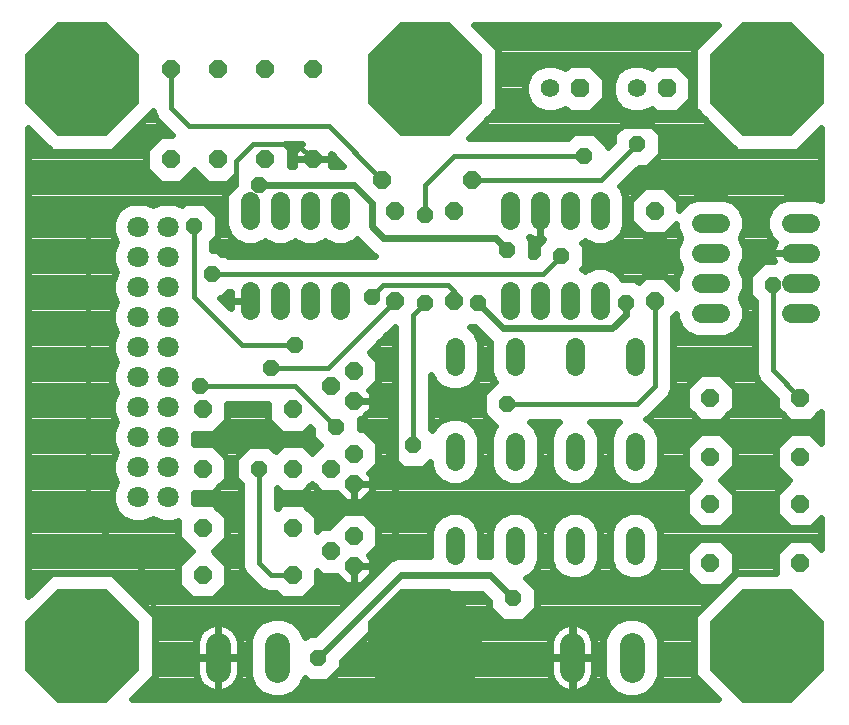
<source format=gbr>
G75*
%MOIN*%
%OFA0B0*%
%FSLAX25Y25*%
%IPPOS*%
%LPD*%
%AMOC8*
5,1,8,0,0,1.08239X$1,22.5*
%
%ADD10OC8,0.06200*%
%ADD11C,0.06200*%
%ADD12C,0.06350*%
%ADD13C,0.08350*%
%ADD14OC8,0.05906*%
%ADD15C,0.07087*%
%ADD16C,0.01600*%
%ADD17OC8,0.05600*%
%ADD18OC8,0.38189*%
%ADD19C,0.02400*%
D10*
X0217831Y0219444D03*
X0246729Y0219444D03*
D11*
X0236729Y0219444D03*
X0207831Y0219444D03*
D12*
X0204642Y0181792D02*
X0204642Y0175443D01*
X0214642Y0175443D02*
X0214642Y0181792D01*
X0224642Y0181792D02*
X0224642Y0175443D01*
X0224642Y0151792D02*
X0224642Y0145443D01*
X0214642Y0145443D02*
X0214642Y0151792D01*
X0204642Y0151792D02*
X0204642Y0145443D01*
X0194642Y0145443D02*
X0194642Y0151792D01*
X0196138Y0133170D02*
X0196138Y0126820D01*
X0176138Y0126820D02*
X0176138Y0133170D01*
X0176138Y0101674D02*
X0176138Y0095324D01*
X0196138Y0095324D02*
X0196138Y0101674D01*
X0216138Y0101674D02*
X0216138Y0095324D01*
X0236138Y0095324D02*
X0236138Y0101674D01*
X0236138Y0126820D02*
X0236138Y0133170D01*
X0216138Y0133170D02*
X0216138Y0126820D01*
X0258200Y0144680D02*
X0264549Y0144680D01*
X0264549Y0154680D02*
X0258200Y0154680D01*
X0258200Y0164680D02*
X0264549Y0164680D01*
X0264549Y0174680D02*
X0258200Y0174680D01*
X0288200Y0174680D02*
X0294549Y0174680D01*
X0294549Y0164680D02*
X0288200Y0164680D01*
X0288200Y0154680D02*
X0294549Y0154680D01*
X0294549Y0144680D02*
X0288200Y0144680D01*
X0236138Y0070178D02*
X0236138Y0063828D01*
X0216138Y0063828D02*
X0216138Y0070178D01*
X0196138Y0070178D02*
X0196138Y0063828D01*
X0176138Y0063828D02*
X0176138Y0070178D01*
X0137831Y0145443D02*
X0137831Y0151792D01*
X0127831Y0151792D02*
X0127831Y0145443D01*
X0117831Y0145443D02*
X0117831Y0151792D01*
X0107831Y0151792D02*
X0107831Y0145443D01*
X0107831Y0175443D02*
X0107831Y0181792D01*
X0117831Y0181792D02*
X0117831Y0175443D01*
X0127831Y0175443D02*
X0127831Y0181792D01*
X0137831Y0181792D02*
X0137831Y0175443D01*
X0194642Y0175443D02*
X0194642Y0181792D01*
D13*
X0215294Y0033934D02*
X0215294Y0025584D01*
X0235094Y0025584D02*
X0235094Y0033934D01*
X0116983Y0033934D02*
X0116983Y0025584D01*
X0097183Y0025584D02*
X0097183Y0033934D01*
D14*
X0092083Y0057318D03*
X0092083Y0073066D03*
X0092083Y0092751D03*
X0092083Y0112436D03*
X0122083Y0112436D03*
X0135016Y0120310D03*
X0142516Y0115310D03*
X0142516Y0125310D03*
X0156296Y0148617D03*
X0175981Y0148617D03*
X0175981Y0178617D03*
X0182005Y0189050D03*
X0156296Y0178617D03*
X0152005Y0189050D03*
X0128737Y0195861D03*
X0112989Y0195861D03*
X0097241Y0195861D03*
X0081493Y0195861D03*
X0081493Y0225861D03*
X0097241Y0225861D03*
X0112989Y0225861D03*
X0128737Y0225861D03*
X0242753Y0178617D03*
X0242753Y0148617D03*
X0261375Y0116373D03*
X0261375Y0096688D03*
X0261375Y0080940D03*
X0261375Y0061255D03*
X0291375Y0061255D03*
X0291375Y0080940D03*
X0291375Y0096688D03*
X0291375Y0116373D03*
X0142516Y0097751D03*
X0135016Y0092751D03*
X0142516Y0087751D03*
X0142516Y0070192D03*
X0135016Y0065192D03*
X0142516Y0060192D03*
X0122083Y0057318D03*
X0122083Y0073066D03*
X0122083Y0092751D03*
D15*
X0080587Y0093184D03*
X0070587Y0093184D03*
X0070587Y0083184D03*
X0080587Y0083184D03*
X0080587Y0103184D03*
X0070587Y0103184D03*
X0070587Y0113184D03*
X0070587Y0123184D03*
X0080587Y0123184D03*
X0080587Y0113184D03*
X0080587Y0133184D03*
X0070587Y0133184D03*
X0070587Y0143184D03*
X0070587Y0153184D03*
X0080587Y0153184D03*
X0080587Y0143184D03*
X0080587Y0163184D03*
X0070587Y0163184D03*
X0070587Y0173184D03*
X0080587Y0173184D03*
D16*
X0089367Y0173460D02*
X0089367Y0149838D01*
X0105115Y0134090D01*
X0122831Y0134090D01*
X0114957Y0126216D02*
X0133894Y0126216D01*
X0156296Y0148617D01*
X0152359Y0153775D02*
X0148422Y0149838D01*
X0152359Y0153775D02*
X0174012Y0153775D01*
X0175981Y0151806D01*
X0175981Y0148617D01*
X0166138Y0147869D02*
X0162201Y0143932D01*
X0162201Y0100625D01*
X0136611Y0106531D02*
X0122831Y0120310D01*
X0091335Y0120310D01*
X0111020Y0092751D02*
X0111020Y0061255D01*
X0114957Y0057318D01*
X0122083Y0057318D01*
X0079524Y0041570D02*
X0075587Y0045507D01*
X0075587Y0055350D01*
X0053934Y0077003D01*
X0053934Y0177397D01*
X0057871Y0181334D01*
X0097241Y0181334D01*
X0097241Y0167554D01*
X0099209Y0165586D01*
X0095272Y0157712D02*
X0205509Y0157712D01*
X0211414Y0163617D01*
X0225036Y0189050D02*
X0237005Y0201019D01*
X0225036Y0189050D02*
X0182005Y0189050D01*
X0175981Y0197082D02*
X0219288Y0197082D01*
X0209446Y0206924D02*
X0207477Y0204956D01*
X0209446Y0206924D02*
X0258658Y0206924D01*
X0266532Y0199050D01*
X0282280Y0153775D02*
X0282280Y0125468D01*
X0291375Y0116373D01*
X0242910Y0120310D02*
X0242910Y0148460D01*
X0242753Y0148617D01*
X0242910Y0120310D02*
X0237005Y0114405D01*
X0193698Y0114405D01*
X0166138Y0177397D02*
X0166138Y0187239D01*
X0175981Y0197082D01*
X0152005Y0189050D02*
X0134131Y0206924D01*
X0087398Y0206924D01*
X0081493Y0212830D01*
X0081493Y0225861D01*
X0109052Y0201019D02*
X0103146Y0195113D01*
X0103146Y0187239D01*
X0097241Y0181334D01*
X0109052Y0201019D02*
X0123579Y0201019D01*
X0128737Y0195861D01*
D17*
X0111020Y0187239D03*
X0089367Y0173460D03*
X0099209Y0165586D03*
X0095272Y0157712D03*
X0122831Y0134090D03*
X0114957Y0126216D03*
X0091335Y0120310D03*
X0111020Y0092751D03*
X0136611Y0106531D03*
X0162201Y0100625D03*
X0193698Y0114405D03*
X0183855Y0147869D03*
X0166138Y0147869D03*
X0148422Y0149838D03*
X0166138Y0177397D03*
X0193698Y0165586D03*
X0211414Y0163617D03*
X0233068Y0147869D03*
X0282280Y0153775D03*
X0266532Y0199050D03*
X0237005Y0201019D03*
X0219288Y0197082D03*
X0207477Y0204956D03*
X0195666Y0049444D03*
X0130705Y0029759D03*
X0079524Y0041570D03*
D18*
X0051965Y0033696D03*
X0166138Y0033696D03*
X0280312Y0033696D03*
X0280312Y0222672D03*
X0166138Y0222672D03*
X0051965Y0222672D03*
D19*
X0034043Y0206237D02*
X0041902Y0198378D01*
X0062028Y0198378D01*
X0075493Y0211842D01*
X0075493Y0211636D01*
X0076406Y0209431D01*
X0078094Y0207743D01*
X0081823Y0204014D01*
X0078116Y0204014D01*
X0073340Y0199238D01*
X0073340Y0192484D01*
X0078116Y0187709D01*
X0084870Y0187709D01*
X0089367Y0192206D01*
X0093864Y0187709D01*
X0100618Y0187709D01*
X0103020Y0190111D01*
X0103020Y0188825D01*
X0100732Y0186536D01*
X0099457Y0183458D01*
X0099457Y0173777D01*
X0100732Y0170699D01*
X0103087Y0168343D01*
X0106166Y0167068D01*
X0109497Y0167068D01*
X0112575Y0168343D01*
X0112831Y0168599D01*
X0113087Y0168343D01*
X0116166Y0167068D01*
X0119497Y0167068D01*
X0122575Y0168343D01*
X0122831Y0168599D01*
X0123087Y0168343D01*
X0126166Y0167068D01*
X0129497Y0167068D01*
X0132575Y0168343D01*
X0132831Y0168599D01*
X0133087Y0168343D01*
X0136166Y0167068D01*
X0139497Y0167068D01*
X0142575Y0168343D01*
X0143532Y0169299D01*
X0146933Y0165898D01*
X0148734Y0164097D01*
X0149664Y0163712D01*
X0100586Y0163712D01*
X0098586Y0165712D01*
X0095367Y0165712D01*
X0095367Y0168146D01*
X0097367Y0170146D01*
X0097367Y0176774D01*
X0092680Y0181460D01*
X0086053Y0181460D01*
X0085292Y0180699D01*
X0082326Y0181928D01*
X0078848Y0181928D01*
X0075635Y0180596D01*
X0075587Y0180549D01*
X0075540Y0180596D01*
X0072326Y0181928D01*
X0068848Y0181928D01*
X0065635Y0180596D01*
X0063175Y0178137D01*
X0061844Y0174923D01*
X0061844Y0171445D01*
X0063175Y0168232D01*
X0063222Y0168184D01*
X0063175Y0168137D01*
X0061844Y0164923D01*
X0061844Y0161445D01*
X0063175Y0158232D01*
X0063222Y0158184D01*
X0063175Y0158137D01*
X0061844Y0154923D01*
X0061844Y0151445D01*
X0063175Y0148232D01*
X0063222Y0148184D01*
X0063175Y0148137D01*
X0061844Y0144923D01*
X0061844Y0141445D01*
X0063175Y0138232D01*
X0063222Y0138184D01*
X0063175Y0138137D01*
X0061844Y0134923D01*
X0061844Y0131445D01*
X0063175Y0128232D01*
X0063222Y0128184D01*
X0063175Y0128137D01*
X0061844Y0124923D01*
X0061844Y0121445D01*
X0063175Y0118232D01*
X0063222Y0118184D01*
X0063175Y0118137D01*
X0061844Y0114923D01*
X0061844Y0111445D01*
X0063175Y0108232D01*
X0063222Y0108184D01*
X0063175Y0108137D01*
X0061844Y0104923D01*
X0061844Y0101445D01*
X0063175Y0098232D01*
X0063222Y0098184D01*
X0063175Y0098137D01*
X0061844Y0094923D01*
X0061844Y0091445D01*
X0063175Y0088232D01*
X0063222Y0088184D01*
X0063175Y0088137D01*
X0061844Y0084923D01*
X0061844Y0081445D01*
X0063175Y0078232D01*
X0065635Y0075772D01*
X0068848Y0074441D01*
X0072326Y0074441D01*
X0075540Y0075772D01*
X0075587Y0075819D01*
X0075635Y0075772D01*
X0078848Y0074441D01*
X0082326Y0074441D01*
X0083931Y0075105D01*
X0083931Y0069689D01*
X0088428Y0065192D01*
X0083931Y0060695D01*
X0083931Y0053941D01*
X0088706Y0049165D01*
X0095460Y0049165D01*
X0100236Y0053941D01*
X0100236Y0060695D01*
X0095739Y0065192D01*
X0100236Y0069689D01*
X0100236Y0076443D01*
X0095460Y0081219D01*
X0089237Y0081219D01*
X0089331Y0081445D01*
X0089331Y0084598D01*
X0095460Y0084598D01*
X0100236Y0089374D01*
X0100236Y0096128D01*
X0095460Y0100904D01*
X0089106Y0100904D01*
X0089331Y0101445D01*
X0089331Y0104283D01*
X0095460Y0104283D01*
X0100236Y0109059D01*
X0100236Y0114310D01*
X0113931Y0114310D01*
X0113931Y0109059D01*
X0118706Y0104283D01*
X0125460Y0104283D01*
X0127917Y0106740D01*
X0128611Y0106045D01*
X0128611Y0103217D01*
X0131282Y0100546D01*
X0128550Y0097814D01*
X0125460Y0100904D01*
X0118706Y0100904D01*
X0116444Y0098641D01*
X0114334Y0100751D01*
X0107707Y0100751D01*
X0103020Y0096065D01*
X0103020Y0089437D01*
X0105020Y0087437D01*
X0105020Y0060062D01*
X0105934Y0057856D01*
X0109871Y0053919D01*
X0111559Y0052232D01*
X0113764Y0051318D01*
X0116554Y0051318D01*
X0118706Y0049165D01*
X0125460Y0049165D01*
X0130236Y0053941D01*
X0130236Y0058443D01*
X0131639Y0057039D01*
X0136968Y0057039D01*
X0139968Y0054039D01*
X0142516Y0054039D01*
X0142516Y0060192D01*
X0142516Y0060192D01*
X0151296Y0060192D01*
X0156296Y0065192D01*
X0156296Y0092751D01*
X0151296Y0087751D01*
X0142516Y0087751D01*
X0142516Y0087751D01*
X0142516Y0081598D01*
X0139968Y0081598D01*
X0136968Y0084598D01*
X0131639Y0084598D01*
X0128550Y0087688D01*
X0125460Y0084598D01*
X0118706Y0084598D01*
X0117020Y0086284D01*
X0117020Y0079533D01*
X0118706Y0081219D01*
X0125460Y0081219D01*
X0130236Y0076443D01*
X0130236Y0071942D01*
X0131639Y0073345D01*
X0134364Y0073345D01*
X0134364Y0073569D01*
X0139139Y0078345D01*
X0145893Y0078345D01*
X0150669Y0073569D01*
X0150669Y0066815D01*
X0147632Y0063778D01*
X0148669Y0062741D01*
X0148669Y0060192D01*
X0142517Y0060192D01*
X0142517Y0060192D01*
X0148669Y0060192D01*
X0148669Y0057644D01*
X0145065Y0054039D01*
X0142516Y0054039D01*
X0142516Y0060192D01*
X0142516Y0058044D02*
X0142516Y0058044D01*
X0142516Y0055646D02*
X0142516Y0055646D01*
X0145143Y0053247D02*
X0129542Y0053247D01*
X0130236Y0055646D02*
X0138361Y0055646D01*
X0142744Y0050849D02*
X0127144Y0050849D01*
X0130236Y0058044D02*
X0130635Y0058044D01*
X0140346Y0048450D02*
X0071569Y0048450D01*
X0073967Y0046052D02*
X0137947Y0046052D01*
X0135549Y0043653D02*
X0076260Y0043653D01*
X0076260Y0043759D02*
X0062028Y0057991D01*
X0041902Y0057991D01*
X0034043Y0050132D01*
X0034043Y0206237D01*
X0034043Y0204353D02*
X0035927Y0204353D01*
X0034043Y0201955D02*
X0038325Y0201955D01*
X0040724Y0199556D02*
X0034043Y0199556D01*
X0034043Y0197158D02*
X0073340Y0197158D01*
X0073340Y0194759D02*
X0034043Y0194759D01*
X0034043Y0192361D02*
X0073464Y0192361D01*
X0075862Y0189962D02*
X0034043Y0189962D01*
X0034043Y0187564D02*
X0101759Y0187564D01*
X0102871Y0189962D02*
X0103020Y0189962D01*
X0100164Y0185165D02*
X0034043Y0185165D01*
X0034043Y0182767D02*
X0099457Y0182767D01*
X0099457Y0180368D02*
X0093772Y0180368D01*
X0096171Y0177970D02*
X0099457Y0177970D01*
X0099457Y0175571D02*
X0097367Y0175571D01*
X0097367Y0173173D02*
X0099707Y0173173D01*
X0100700Y0170774D02*
X0097367Y0170774D01*
X0095596Y0168376D02*
X0103054Y0168376D01*
X0095367Y0165977D02*
X0146854Y0165977D01*
X0144455Y0168376D02*
X0142608Y0168376D01*
X0148422Y0173460D02*
X0152359Y0169523D01*
X0189760Y0169523D01*
X0193698Y0165586D01*
X0200820Y0169777D02*
X0201145Y0170101D01*
X0201817Y0169713D01*
X0202589Y0169393D01*
X0203396Y0169177D01*
X0204225Y0169068D01*
X0204642Y0169068D01*
X0204642Y0178617D01*
X0204642Y0178617D01*
X0204642Y0169068D01*
X0205060Y0169068D01*
X0205625Y0169142D01*
X0203414Y0166931D01*
X0203414Y0164103D01*
X0203023Y0163712D01*
X0201697Y0163712D01*
X0201697Y0168900D01*
X0200820Y0169777D01*
X0201697Y0168376D02*
X0204859Y0168376D01*
X0204642Y0170774D02*
X0204642Y0170774D01*
X0204642Y0173173D02*
X0204642Y0173173D01*
X0204642Y0175571D02*
X0204642Y0175571D01*
X0204642Y0177970D02*
X0204642Y0177970D01*
X0203414Y0165977D02*
X0201697Y0165977D01*
X0218408Y0167937D02*
X0219414Y0166931D01*
X0219414Y0160304D01*
X0218408Y0159297D01*
X0219386Y0158892D01*
X0219642Y0158636D01*
X0219898Y0158892D01*
X0222977Y0160167D01*
X0226308Y0160167D01*
X0229386Y0158892D01*
X0231742Y0156536D01*
X0232018Y0155869D01*
X0236381Y0155869D01*
X0237428Y0154822D01*
X0239376Y0156770D01*
X0246130Y0156770D01*
X0249825Y0153075D01*
X0249825Y0156346D01*
X0251100Y0159424D01*
X0251356Y0159680D01*
X0251100Y0159936D01*
X0249825Y0163014D01*
X0249825Y0166346D01*
X0251100Y0169424D01*
X0251356Y0169680D01*
X0251100Y0169936D01*
X0249825Y0173014D01*
X0249825Y0174160D01*
X0246130Y0170465D01*
X0239376Y0170465D01*
X0234600Y0175240D01*
X0234600Y0181994D01*
X0239376Y0186770D01*
X0246130Y0186770D01*
X0250905Y0181994D01*
X0250905Y0178954D01*
X0251100Y0179424D01*
X0253456Y0181780D01*
X0256534Y0183055D01*
X0266215Y0183055D01*
X0269293Y0181780D01*
X0271649Y0179424D01*
X0272924Y0176346D01*
X0272924Y0173014D01*
X0271649Y0169936D01*
X0271393Y0169680D01*
X0271649Y0169424D01*
X0272924Y0166346D01*
X0272924Y0163014D01*
X0271649Y0159936D01*
X0271393Y0159680D01*
X0271649Y0159424D01*
X0272924Y0156346D01*
X0272924Y0153014D01*
X0271649Y0149936D01*
X0271393Y0149680D01*
X0271649Y0149424D01*
X0272924Y0146346D01*
X0272924Y0143014D01*
X0271649Y0139936D01*
X0269293Y0137580D01*
X0266215Y0136306D01*
X0256534Y0136306D01*
X0253456Y0137580D01*
X0251100Y0139936D01*
X0249825Y0143014D01*
X0249825Y0144160D01*
X0248910Y0143245D01*
X0248910Y0119117D01*
X0247997Y0116912D01*
X0246309Y0115224D01*
X0240403Y0109318D01*
X0239986Y0109145D01*
X0240882Y0108774D01*
X0243238Y0106418D01*
X0244513Y0103340D01*
X0244513Y0093659D01*
X0243238Y0090580D01*
X0240882Y0088225D01*
X0237804Y0086950D01*
X0234473Y0086950D01*
X0231395Y0088225D01*
X0229039Y0090580D01*
X0227764Y0093659D01*
X0227764Y0103340D01*
X0229039Y0106418D01*
X0231025Y0108405D01*
X0221251Y0108405D01*
X0223238Y0106418D01*
X0224513Y0103340D01*
X0224513Y0093659D01*
X0223238Y0090580D01*
X0220882Y0088225D01*
X0217804Y0086950D01*
X0214473Y0086950D01*
X0211395Y0088225D01*
X0209039Y0090580D01*
X0207764Y0093659D01*
X0207764Y0103340D01*
X0209039Y0106418D01*
X0211025Y0108405D01*
X0201251Y0108405D01*
X0203238Y0106418D01*
X0204513Y0103340D01*
X0204513Y0093659D01*
X0203238Y0090580D01*
X0200882Y0088225D01*
X0197804Y0086950D01*
X0194473Y0086950D01*
X0191395Y0088225D01*
X0189039Y0090580D01*
X0187764Y0093659D01*
X0187764Y0103340D01*
X0189039Y0106418D01*
X0189705Y0107084D01*
X0185698Y0111091D01*
X0185698Y0117718D01*
X0189547Y0121568D01*
X0189039Y0122077D01*
X0187764Y0125155D01*
X0187764Y0134836D01*
X0187785Y0134888D01*
X0182804Y0139869D01*
X0181283Y0139869D01*
X0183238Y0137914D01*
X0184513Y0134836D01*
X0184513Y0125155D01*
X0183238Y0122077D01*
X0180882Y0119721D01*
X0177804Y0118446D01*
X0174473Y0118446D01*
X0171395Y0119721D01*
X0169039Y0122077D01*
X0168201Y0124098D01*
X0168201Y0105939D01*
X0168653Y0105487D01*
X0169039Y0106418D01*
X0171395Y0108774D01*
X0174473Y0110049D01*
X0177804Y0110049D01*
X0180882Y0108774D01*
X0183238Y0106418D01*
X0184513Y0103340D01*
X0184513Y0093659D01*
X0183238Y0090580D01*
X0180882Y0088225D01*
X0177804Y0086950D01*
X0174473Y0086950D01*
X0171395Y0088225D01*
X0169039Y0090580D01*
X0167764Y0093659D01*
X0167764Y0094874D01*
X0165515Y0092625D01*
X0158888Y0092625D01*
X0154201Y0097311D01*
X0154201Y0103939D01*
X0156201Y0105939D01*
X0156201Y0140038D01*
X0147760Y0131596D01*
X0150669Y0128687D01*
X0150669Y0121933D01*
X0147632Y0118896D01*
X0148669Y0117859D01*
X0148669Y0115310D01*
X0142517Y0115310D01*
X0142517Y0115310D01*
X0148669Y0115310D01*
X0148669Y0112762D01*
X0145065Y0109157D01*
X0144611Y0109157D01*
X0144611Y0105904D01*
X0145893Y0105904D01*
X0150669Y0101128D01*
X0150669Y0094374D01*
X0147632Y0091337D01*
X0148669Y0090300D01*
X0148669Y0087751D01*
X0142517Y0087751D01*
X0142517Y0087751D01*
X0148669Y0087751D01*
X0148669Y0085203D01*
X0145065Y0081598D01*
X0142516Y0081598D01*
X0142516Y0087751D01*
X0142516Y0086826D02*
X0142516Y0086826D01*
X0142516Y0084428D02*
X0142516Y0084428D01*
X0142516Y0082029D02*
X0142516Y0082029D01*
X0139537Y0082029D02*
X0117020Y0082029D01*
X0117020Y0079631D02*
X0117118Y0079631D01*
X0117020Y0084428D02*
X0137138Y0084428D01*
X0138027Y0077232D02*
X0129447Y0077232D01*
X0130236Y0074834D02*
X0135628Y0074834D01*
X0130730Y0072435D02*
X0130236Y0072435D01*
X0127048Y0079631D02*
X0253222Y0079631D01*
X0253222Y0077563D02*
X0257998Y0072787D01*
X0264752Y0072787D01*
X0269527Y0077563D01*
X0269527Y0084317D01*
X0265030Y0088814D01*
X0269527Y0093311D01*
X0269527Y0100065D01*
X0264752Y0104841D01*
X0257998Y0104841D01*
X0253222Y0100065D01*
X0253222Y0093311D01*
X0257719Y0088814D01*
X0253222Y0084317D01*
X0253222Y0077563D01*
X0253553Y0077232D02*
X0240928Y0077232D01*
X0240882Y0077278D02*
X0237804Y0078553D01*
X0234473Y0078553D01*
X0231395Y0077278D01*
X0229039Y0074922D01*
X0227764Y0071844D01*
X0227764Y0062162D01*
X0229039Y0059084D01*
X0231395Y0056729D01*
X0234473Y0055454D01*
X0237804Y0055454D01*
X0240882Y0056729D01*
X0243238Y0059084D01*
X0244513Y0062162D01*
X0244513Y0071844D01*
X0243238Y0074922D01*
X0240882Y0077278D01*
X0243275Y0074834D02*
X0255951Y0074834D01*
X0257998Y0069408D02*
X0253222Y0064632D01*
X0253222Y0057878D01*
X0257998Y0053102D01*
X0264752Y0053102D01*
X0269527Y0057878D01*
X0269527Y0064632D01*
X0264752Y0069408D01*
X0257998Y0069408D01*
X0256228Y0067638D02*
X0244513Y0067638D01*
X0244513Y0065240D02*
X0253830Y0065240D01*
X0253222Y0062841D02*
X0244513Y0062841D01*
X0243801Y0060443D02*
X0253222Y0060443D01*
X0253222Y0058044D02*
X0242198Y0058044D01*
X0238268Y0055646D02*
X0255454Y0055646D01*
X0257853Y0053247D02*
X0203177Y0053247D01*
X0203666Y0052758D02*
X0200043Y0056381D01*
X0200882Y0056729D01*
X0203238Y0059084D01*
X0204513Y0062162D01*
X0204513Y0071844D01*
X0203238Y0074922D01*
X0200882Y0077278D01*
X0197804Y0078553D01*
X0194473Y0078553D01*
X0191395Y0077278D01*
X0189039Y0074922D01*
X0187764Y0071844D01*
X0187764Y0063718D01*
X0184513Y0063718D01*
X0184513Y0071844D01*
X0183238Y0074922D01*
X0180882Y0077278D01*
X0177804Y0078553D01*
X0174473Y0078553D01*
X0171395Y0077278D01*
X0169039Y0074922D01*
X0167764Y0071844D01*
X0167764Y0063718D01*
X0156991Y0063718D01*
X0154639Y0062744D01*
X0129654Y0037759D01*
X0127392Y0037759D01*
X0126087Y0036454D01*
X0124931Y0039244D01*
X0122294Y0041881D01*
X0118848Y0043309D01*
X0115119Y0043309D01*
X0111673Y0041881D01*
X0109036Y0039244D01*
X0107609Y0035799D01*
X0107609Y0023719D01*
X0109036Y0020274D01*
X0111673Y0017637D01*
X0115119Y0016209D01*
X0118848Y0016209D01*
X0122294Y0017637D01*
X0124931Y0020274D01*
X0126087Y0023064D01*
X0127392Y0021759D01*
X0134019Y0021759D01*
X0138705Y0026445D01*
X0138705Y0028708D01*
X0160915Y0050918D01*
X0185141Y0050918D01*
X0187666Y0048393D01*
X0187666Y0046130D01*
X0192352Y0041444D01*
X0198980Y0041444D01*
X0203666Y0046130D01*
X0203666Y0052758D01*
X0203666Y0050849D02*
X0263107Y0050849D01*
X0264896Y0053247D02*
X0265505Y0053247D01*
X0267295Y0055646D02*
X0267904Y0055646D01*
X0269527Y0058044D02*
X0283222Y0058044D01*
X0283222Y0057991D02*
X0270249Y0057991D01*
X0256017Y0043759D01*
X0256017Y0023633D01*
X0263876Y0015774D01*
X0068401Y0015774D01*
X0076260Y0023633D01*
X0076260Y0043759D01*
X0076260Y0041255D02*
X0096290Y0041255D01*
X0096700Y0041309D02*
X0095741Y0041182D01*
X0094808Y0040932D01*
X0093915Y0040562D01*
X0093077Y0040079D01*
X0092310Y0039490D01*
X0091627Y0038807D01*
X0091038Y0038040D01*
X0090555Y0037203D01*
X0090185Y0036309D01*
X0089935Y0035376D01*
X0089809Y0034417D01*
X0089809Y0029859D01*
X0097083Y0029859D01*
X0097083Y0029659D01*
X0089809Y0029659D01*
X0089809Y0025101D01*
X0089935Y0024142D01*
X0090185Y0023209D01*
X0090555Y0022315D01*
X0091038Y0021478D01*
X0091627Y0020711D01*
X0092310Y0020028D01*
X0093077Y0019439D01*
X0093915Y0018956D01*
X0094808Y0018586D01*
X0095741Y0018336D01*
X0096700Y0018209D01*
X0097083Y0018209D01*
X0097083Y0029659D01*
X0097283Y0029659D01*
X0097283Y0018209D01*
X0097667Y0018209D01*
X0098625Y0018336D01*
X0099559Y0018586D01*
X0100452Y0018956D01*
X0101289Y0019439D01*
X0102056Y0020028D01*
X0102740Y0020711D01*
X0103328Y0021478D01*
X0103812Y0022315D01*
X0104182Y0023209D01*
X0104432Y0024142D01*
X0104558Y0025101D01*
X0104558Y0029659D01*
X0097283Y0029659D01*
X0097283Y0029859D01*
X0097083Y0029859D01*
X0097083Y0041309D01*
X0096700Y0041309D01*
X0097083Y0041255D02*
X0097283Y0041255D01*
X0097283Y0041309D02*
X0097283Y0029859D01*
X0104558Y0029859D01*
X0104558Y0034417D01*
X0104432Y0035376D01*
X0104182Y0036309D01*
X0103812Y0037203D01*
X0103328Y0038040D01*
X0102740Y0038807D01*
X0102056Y0039490D01*
X0101289Y0040079D01*
X0100452Y0040562D01*
X0099559Y0040932D01*
X0098625Y0041182D01*
X0097667Y0041309D01*
X0097283Y0041309D01*
X0098077Y0041255D02*
X0111046Y0041255D01*
X0108875Y0038856D02*
X0102691Y0038856D01*
X0104120Y0036458D02*
X0107882Y0036458D01*
X0107609Y0034059D02*
X0104558Y0034059D01*
X0104558Y0031661D02*
X0107609Y0031661D01*
X0107609Y0029262D02*
X0104558Y0029262D01*
X0104558Y0026864D02*
X0107609Y0026864D01*
X0107609Y0024465D02*
X0104474Y0024465D01*
X0103668Y0022067D02*
X0108293Y0022067D01*
X0109642Y0019668D02*
X0101588Y0019668D01*
X0097283Y0019668D02*
X0097083Y0019668D01*
X0097083Y0022067D02*
X0097283Y0022067D01*
X0097283Y0024465D02*
X0097083Y0024465D01*
X0097083Y0026864D02*
X0097283Y0026864D01*
X0097283Y0029262D02*
X0097083Y0029262D01*
X0097083Y0031661D02*
X0097283Y0031661D01*
X0097283Y0034059D02*
X0097083Y0034059D01*
X0097083Y0036458D02*
X0097283Y0036458D01*
X0097283Y0038856D02*
X0097083Y0038856D01*
X0091676Y0038856D02*
X0076260Y0038856D01*
X0076260Y0036458D02*
X0090246Y0036458D01*
X0089809Y0034059D02*
X0076260Y0034059D01*
X0076260Y0031661D02*
X0089809Y0031661D01*
X0089809Y0029262D02*
X0076260Y0029262D01*
X0076260Y0026864D02*
X0089809Y0026864D01*
X0089892Y0024465D02*
X0076260Y0024465D01*
X0074693Y0022067D02*
X0090699Y0022067D01*
X0092779Y0019668D02*
X0072295Y0019668D01*
X0069896Y0017270D02*
X0112559Y0017270D01*
X0121407Y0017270D02*
X0230669Y0017270D01*
X0229783Y0017637D02*
X0233229Y0016209D01*
X0236958Y0016209D01*
X0240404Y0017637D01*
X0243041Y0020274D01*
X0244468Y0023719D01*
X0244468Y0035799D01*
X0243041Y0039244D01*
X0240404Y0041881D01*
X0236958Y0043309D01*
X0233229Y0043309D01*
X0229783Y0041881D01*
X0227146Y0039244D01*
X0225719Y0035799D01*
X0225719Y0023719D01*
X0227146Y0020274D01*
X0229783Y0017637D01*
X0227752Y0019668D02*
X0219698Y0019668D01*
X0219400Y0019439D02*
X0220167Y0020028D01*
X0220850Y0020711D01*
X0221439Y0021478D01*
X0221922Y0022315D01*
X0222292Y0023209D01*
X0222542Y0024142D01*
X0222668Y0025101D01*
X0222668Y0029659D01*
X0215394Y0029659D01*
X0215394Y0029859D01*
X0222668Y0029859D01*
X0222668Y0034417D01*
X0222542Y0035376D01*
X0222292Y0036309D01*
X0221922Y0037203D01*
X0221439Y0038040D01*
X0220850Y0038807D01*
X0220167Y0039490D01*
X0219400Y0040079D01*
X0218562Y0040562D01*
X0217669Y0040932D01*
X0216735Y0041182D01*
X0215777Y0041309D01*
X0215394Y0041309D01*
X0215394Y0029859D01*
X0215194Y0029859D01*
X0215194Y0041309D01*
X0214810Y0041309D01*
X0213852Y0041182D01*
X0212918Y0040932D01*
X0212025Y0040562D01*
X0211188Y0040079D01*
X0210421Y0039490D01*
X0209737Y0038807D01*
X0209148Y0038040D01*
X0208665Y0037203D01*
X0208295Y0036309D01*
X0208045Y0035376D01*
X0207919Y0034417D01*
X0207919Y0029859D01*
X0215193Y0029859D01*
X0215193Y0029659D01*
X0207919Y0029659D01*
X0207919Y0025101D01*
X0208045Y0024142D01*
X0208295Y0023209D01*
X0208665Y0022315D01*
X0209148Y0021478D01*
X0209737Y0020711D01*
X0210421Y0020028D01*
X0211188Y0019439D01*
X0212025Y0018956D01*
X0212918Y0018586D01*
X0213852Y0018336D01*
X0214810Y0018209D01*
X0215194Y0018209D01*
X0215194Y0029659D01*
X0215394Y0029659D01*
X0215394Y0018209D01*
X0215777Y0018209D01*
X0216735Y0018336D01*
X0217669Y0018586D01*
X0218562Y0018956D01*
X0219400Y0019439D01*
X0221778Y0022067D02*
X0226403Y0022067D01*
X0225719Y0024465D02*
X0222585Y0024465D01*
X0222668Y0026864D02*
X0225719Y0026864D01*
X0225719Y0029262D02*
X0222668Y0029262D01*
X0222668Y0031661D02*
X0225719Y0031661D01*
X0225719Y0034059D02*
X0222668Y0034059D01*
X0222231Y0036458D02*
X0225992Y0036458D01*
X0226985Y0038856D02*
X0220801Y0038856D01*
X0216187Y0041255D02*
X0229156Y0041255D01*
X0241031Y0041255D02*
X0256017Y0041255D01*
X0256017Y0043653D02*
X0201189Y0043653D01*
X0203587Y0046052D02*
X0258310Y0046052D01*
X0260708Y0048450D02*
X0203666Y0048450D01*
X0195666Y0049444D02*
X0187792Y0057318D01*
X0158264Y0057318D01*
X0130705Y0029759D01*
X0136725Y0024465D02*
X0208002Y0024465D01*
X0207919Y0026864D02*
X0138705Y0026864D01*
X0139259Y0029262D02*
X0207919Y0029262D01*
X0207919Y0031661D02*
X0141658Y0031661D01*
X0144056Y0034059D02*
X0207919Y0034059D01*
X0208357Y0036458D02*
X0146455Y0036458D01*
X0148853Y0038856D02*
X0209786Y0038856D01*
X0214400Y0041255D02*
X0151252Y0041255D01*
X0153650Y0043653D02*
X0190143Y0043653D01*
X0187745Y0046052D02*
X0156049Y0046052D01*
X0158447Y0048450D02*
X0187609Y0048450D01*
X0185210Y0050849D02*
X0160846Y0050849D01*
X0152338Y0060443D02*
X0148669Y0060443D01*
X0148669Y0058044D02*
X0149940Y0058044D01*
X0147541Y0055646D02*
X0146671Y0055646D01*
X0148569Y0062841D02*
X0154875Y0062841D01*
X0149094Y0065240D02*
X0167764Y0065240D01*
X0167764Y0067638D02*
X0150669Y0067638D01*
X0150669Y0070037D02*
X0167764Y0070037D01*
X0168009Y0072435D02*
X0150669Y0072435D01*
X0149404Y0074834D02*
X0169002Y0074834D01*
X0171349Y0077232D02*
X0147006Y0077232D01*
X0145496Y0082029D02*
X0253222Y0082029D01*
X0253333Y0084428D02*
X0147894Y0084428D01*
X0148669Y0086826D02*
X0255731Y0086826D01*
X0257308Y0089225D02*
X0241883Y0089225D01*
X0243670Y0091623D02*
X0254910Y0091623D01*
X0253222Y0094022D02*
X0244513Y0094022D01*
X0244513Y0096420D02*
X0253222Y0096420D01*
X0253222Y0098819D02*
X0244513Y0098819D01*
X0244513Y0101217D02*
X0254374Y0101217D01*
X0256773Y0103616D02*
X0244399Y0103616D01*
X0243405Y0106014D02*
X0298234Y0106014D01*
X0298234Y0103616D02*
X0295977Y0103616D01*
X0294752Y0104841D02*
X0287998Y0104841D01*
X0283222Y0100065D01*
X0283222Y0093311D01*
X0287719Y0088814D01*
X0283222Y0084317D01*
X0283222Y0077563D01*
X0287998Y0072787D01*
X0294752Y0072787D01*
X0298234Y0076270D01*
X0298234Y0065926D01*
X0294752Y0069408D01*
X0287998Y0069408D01*
X0283222Y0064632D01*
X0283222Y0057991D01*
X0283222Y0060443D02*
X0269527Y0060443D01*
X0269527Y0062841D02*
X0283222Y0062841D01*
X0283830Y0065240D02*
X0268920Y0065240D01*
X0266521Y0067638D02*
X0286228Y0067638D01*
X0285951Y0074834D02*
X0266798Y0074834D01*
X0269197Y0077232D02*
X0283553Y0077232D01*
X0283222Y0079631D02*
X0269527Y0079631D01*
X0269527Y0082029D02*
X0283222Y0082029D01*
X0283333Y0084428D02*
X0269417Y0084428D01*
X0267018Y0086826D02*
X0285731Y0086826D01*
X0287308Y0089225D02*
X0265441Y0089225D01*
X0267840Y0091623D02*
X0284910Y0091623D01*
X0283222Y0094022D02*
X0269527Y0094022D01*
X0269527Y0096420D02*
X0283222Y0096420D01*
X0283222Y0098819D02*
X0269527Y0098819D01*
X0268375Y0101217D02*
X0284374Y0101217D01*
X0286773Y0103616D02*
X0265977Y0103616D01*
X0264752Y0108220D02*
X0257998Y0108220D01*
X0253222Y0112996D01*
X0253222Y0119750D01*
X0257998Y0124526D01*
X0264752Y0124526D01*
X0269527Y0119750D01*
X0269527Y0112996D01*
X0264752Y0108220D01*
X0264944Y0108413D02*
X0287805Y0108413D01*
X0287998Y0108220D02*
X0294752Y0108220D01*
X0298234Y0111703D01*
X0298234Y0101359D01*
X0294752Y0104841D01*
X0294944Y0108413D02*
X0298234Y0108413D01*
X0298234Y0110811D02*
X0297343Y0110811D01*
X0287998Y0108220D02*
X0283222Y0112996D01*
X0283222Y0116041D01*
X0277194Y0122069D01*
X0276280Y0124274D01*
X0276280Y0148461D01*
X0274280Y0150461D01*
X0274280Y0157088D01*
X0278966Y0161775D01*
X0282516Y0161775D01*
X0282470Y0161855D01*
X0282150Y0162627D01*
X0281934Y0163434D01*
X0281825Y0164262D01*
X0281825Y0164680D01*
X0291375Y0164680D01*
X0291375Y0164680D01*
X0281825Y0164680D01*
X0281825Y0165098D01*
X0281934Y0165927D01*
X0282150Y0166734D01*
X0282470Y0167506D01*
X0282858Y0168178D01*
X0281100Y0169936D01*
X0279825Y0173014D01*
X0279825Y0176346D01*
X0281100Y0179424D01*
X0283456Y0181780D01*
X0286534Y0183055D01*
X0296215Y0183055D01*
X0298234Y0182219D01*
X0298234Y0206237D01*
X0290375Y0198378D01*
X0270249Y0198378D01*
X0256017Y0212609D01*
X0256017Y0232736D01*
X0263876Y0240594D01*
X0182574Y0240594D01*
X0190433Y0232736D01*
X0190433Y0212609D01*
X0180905Y0203082D01*
X0213974Y0203082D01*
X0215974Y0205082D01*
X0222602Y0205082D01*
X0227288Y0200396D01*
X0227288Y0199788D01*
X0229005Y0201504D01*
X0229005Y0204333D01*
X0233691Y0209019D01*
X0240318Y0209019D01*
X0245005Y0204333D01*
X0245005Y0197705D01*
X0240318Y0193019D01*
X0237490Y0193019D01*
X0231375Y0186904D01*
X0231742Y0186536D01*
X0233017Y0183458D01*
X0233017Y0173777D01*
X0231742Y0170699D01*
X0229386Y0168343D01*
X0226308Y0167068D01*
X0222977Y0167068D01*
X0219898Y0168343D01*
X0219642Y0168599D01*
X0219386Y0168343D01*
X0218408Y0167937D01*
X0219419Y0168376D02*
X0219865Y0168376D01*
X0219414Y0165977D02*
X0249825Y0165977D01*
X0249825Y0163579D02*
X0219414Y0163579D01*
X0219414Y0161180D02*
X0250585Y0161180D01*
X0250834Y0158782D02*
X0229497Y0158782D01*
X0231806Y0156383D02*
X0238989Y0156383D01*
X0246516Y0156383D02*
X0249840Y0156383D01*
X0249825Y0153985D02*
X0248915Y0153985D01*
X0248910Y0141992D02*
X0250249Y0141992D01*
X0251443Y0139594D02*
X0248910Y0139594D01*
X0248910Y0137195D02*
X0254386Y0137195D01*
X0248910Y0134797D02*
X0276280Y0134797D01*
X0276280Y0137195D02*
X0268363Y0137195D01*
X0271307Y0139594D02*
X0276280Y0139594D01*
X0276280Y0141992D02*
X0272501Y0141992D01*
X0272924Y0144391D02*
X0276280Y0144391D01*
X0276280Y0146789D02*
X0272741Y0146789D01*
X0271747Y0149188D02*
X0275554Y0149188D01*
X0274280Y0151586D02*
X0272333Y0151586D01*
X0272924Y0153985D02*
X0274280Y0153985D01*
X0274280Y0156383D02*
X0272909Y0156383D01*
X0271915Y0158782D02*
X0275973Y0158782D01*
X0278372Y0161180D02*
X0272164Y0161180D01*
X0272924Y0163579D02*
X0281915Y0163579D01*
X0281948Y0165977D02*
X0272924Y0165977D01*
X0272084Y0168376D02*
X0282661Y0168376D01*
X0280753Y0170774D02*
X0271996Y0170774D01*
X0272924Y0173173D02*
X0279825Y0173173D01*
X0279825Y0175571D02*
X0272924Y0175571D01*
X0272252Y0177970D02*
X0280498Y0177970D01*
X0282044Y0180368D02*
X0270705Y0180368D01*
X0266911Y0182767D02*
X0285838Y0182767D01*
X0296911Y0182767D02*
X0298234Y0182767D01*
X0298234Y0185165D02*
X0247734Y0185165D01*
X0250133Y0182767D02*
X0255838Y0182767D01*
X0252044Y0180368D02*
X0250905Y0180368D01*
X0249825Y0173173D02*
X0248838Y0173173D01*
X0250753Y0170774D02*
X0246439Y0170774D01*
X0250666Y0168376D02*
X0229419Y0168376D01*
X0231774Y0170774D02*
X0239066Y0170774D01*
X0236667Y0173173D02*
X0232767Y0173173D01*
X0233017Y0175571D02*
X0234600Y0175571D01*
X0234600Y0177970D02*
X0233017Y0177970D01*
X0233017Y0180368D02*
X0234600Y0180368D01*
X0235372Y0182767D02*
X0233017Y0182767D01*
X0232310Y0185165D02*
X0237771Y0185165D01*
X0234433Y0189962D02*
X0298234Y0189962D01*
X0298234Y0187564D02*
X0232035Y0187564D01*
X0236832Y0192361D02*
X0298234Y0192361D01*
X0298234Y0194759D02*
X0242059Y0194759D01*
X0244457Y0197158D02*
X0298234Y0197158D01*
X0298234Y0199556D02*
X0291553Y0199556D01*
X0293952Y0201955D02*
X0298234Y0201955D01*
X0298234Y0204353D02*
X0296350Y0204353D01*
X0269070Y0199556D02*
X0245005Y0199556D01*
X0245005Y0201955D02*
X0266672Y0201955D01*
X0264273Y0204353D02*
X0244984Y0204353D01*
X0242585Y0206752D02*
X0261875Y0206752D01*
X0259476Y0209150D02*
X0186974Y0209150D01*
X0184576Y0206752D02*
X0231424Y0206752D01*
X0229025Y0204353D02*
X0223330Y0204353D01*
X0225729Y0201955D02*
X0229005Y0201955D01*
X0232027Y0212408D02*
X0235078Y0211144D01*
X0238380Y0211144D01*
X0241431Y0212408D01*
X0241729Y0212706D01*
X0243291Y0211144D01*
X0250167Y0211144D01*
X0255029Y0216006D01*
X0255029Y0222882D01*
X0250167Y0227744D01*
X0243291Y0227744D01*
X0241729Y0226182D01*
X0241431Y0226480D01*
X0238380Y0227744D01*
X0235078Y0227744D01*
X0232027Y0226480D01*
X0229693Y0224146D01*
X0228429Y0221095D01*
X0228429Y0217793D01*
X0229693Y0214743D01*
X0232027Y0212408D01*
X0230488Y0213947D02*
X0224073Y0213947D01*
X0226131Y0216006D02*
X0221269Y0211144D01*
X0214393Y0211144D01*
X0212831Y0212706D01*
X0212533Y0212408D01*
X0209482Y0211144D01*
X0206180Y0211144D01*
X0203130Y0212408D01*
X0200795Y0214743D01*
X0199531Y0217793D01*
X0199531Y0221095D01*
X0200795Y0224146D01*
X0203130Y0226480D01*
X0206180Y0227744D01*
X0209482Y0227744D01*
X0212533Y0226480D01*
X0212831Y0226182D01*
X0214393Y0227744D01*
X0221269Y0227744D01*
X0226131Y0222882D01*
X0226131Y0216006D01*
X0226131Y0216346D02*
X0229028Y0216346D01*
X0228429Y0218745D02*
X0226131Y0218745D01*
X0226131Y0221143D02*
X0228449Y0221143D01*
X0229442Y0223542D02*
X0225472Y0223542D01*
X0223073Y0225940D02*
X0231487Y0225940D01*
X0234101Y0211549D02*
X0221674Y0211549D01*
X0213989Y0211549D02*
X0210460Y0211549D01*
X0205203Y0211549D02*
X0189373Y0211549D01*
X0190433Y0213947D02*
X0201590Y0213947D01*
X0200131Y0216346D02*
X0190433Y0216346D01*
X0190433Y0218745D02*
X0199531Y0218745D01*
X0199551Y0221143D02*
X0190433Y0221143D01*
X0190433Y0223542D02*
X0200545Y0223542D01*
X0202589Y0225940D02*
X0190433Y0225940D01*
X0190433Y0228339D02*
X0256017Y0228339D01*
X0256017Y0230737D02*
X0190433Y0230737D01*
X0190033Y0233136D02*
X0256417Y0233136D01*
X0258816Y0235534D02*
X0187634Y0235534D01*
X0185236Y0237933D02*
X0261214Y0237933D01*
X0263613Y0240331D02*
X0182837Y0240331D01*
X0182177Y0204353D02*
X0215246Y0204353D01*
X0239357Y0211549D02*
X0242886Y0211549D01*
X0250572Y0211549D02*
X0257078Y0211549D01*
X0256017Y0213947D02*
X0252970Y0213947D01*
X0255029Y0216346D02*
X0256017Y0216346D01*
X0256017Y0218745D02*
X0255029Y0218745D01*
X0255029Y0221143D02*
X0256017Y0221143D01*
X0256017Y0223542D02*
X0254370Y0223542D01*
X0256017Y0225940D02*
X0251971Y0225940D01*
X0219788Y0158782D02*
X0219497Y0158782D01*
X0233068Y0147869D02*
X0233068Y0143932D01*
X0228638Y0139503D01*
X0192221Y0139503D01*
X0183855Y0147869D01*
X0183080Y0139594D02*
X0181559Y0139594D01*
X0183536Y0137195D02*
X0185478Y0137195D01*
X0184513Y0134797D02*
X0187764Y0134797D01*
X0187764Y0132398D02*
X0184513Y0132398D01*
X0184513Y0130000D02*
X0187764Y0130000D01*
X0187764Y0127601D02*
X0184513Y0127601D01*
X0184513Y0125203D02*
X0187764Y0125203D01*
X0188737Y0122804D02*
X0183540Y0122804D01*
X0181567Y0120406D02*
X0188385Y0120406D01*
X0185986Y0118007D02*
X0168201Y0118007D01*
X0168201Y0115609D02*
X0185698Y0115609D01*
X0185698Y0113210D02*
X0168201Y0113210D01*
X0168201Y0110811D02*
X0185977Y0110811D01*
X0188376Y0108413D02*
X0181243Y0108413D01*
X0183405Y0106014D02*
X0188872Y0106014D01*
X0187878Y0103616D02*
X0184399Y0103616D01*
X0184513Y0101217D02*
X0187764Y0101217D01*
X0187764Y0098819D02*
X0184513Y0098819D01*
X0184513Y0096420D02*
X0187764Y0096420D01*
X0187764Y0094022D02*
X0184513Y0094022D01*
X0183670Y0091623D02*
X0188607Y0091623D01*
X0190394Y0089225D02*
X0181883Y0089225D01*
X0170394Y0089225D02*
X0148669Y0089225D01*
X0147918Y0091623D02*
X0168607Y0091623D01*
X0167764Y0094022D02*
X0166912Y0094022D01*
X0157491Y0094022D02*
X0150317Y0094022D01*
X0150669Y0096420D02*
X0155093Y0096420D01*
X0154201Y0098819D02*
X0150669Y0098819D01*
X0150580Y0101217D02*
X0154201Y0101217D01*
X0154201Y0103616D02*
X0148181Y0103616D01*
X0144611Y0106014D02*
X0156201Y0106014D01*
X0156201Y0108413D02*
X0144611Y0108413D01*
X0146719Y0110811D02*
X0156201Y0110811D01*
X0156296Y0108499D02*
X0156296Y0092751D01*
X0168201Y0106014D02*
X0168872Y0106014D01*
X0168201Y0108413D02*
X0171034Y0108413D01*
X0170710Y0120406D02*
X0168201Y0120406D01*
X0168201Y0122804D02*
X0168737Y0122804D01*
X0156201Y0122804D02*
X0150669Y0122804D01*
X0150669Y0125203D02*
X0156201Y0125203D01*
X0156201Y0127601D02*
X0150669Y0127601D01*
X0149357Y0130000D02*
X0156201Y0130000D01*
X0156201Y0132398D02*
X0148562Y0132398D01*
X0150960Y0134797D02*
X0156201Y0134797D01*
X0156201Y0137195D02*
X0153359Y0137195D01*
X0155757Y0139594D02*
X0156201Y0139594D01*
X0156201Y0120406D02*
X0149141Y0120406D01*
X0148521Y0118007D02*
X0156201Y0118007D01*
X0156201Y0115609D02*
X0148669Y0115609D01*
X0149485Y0115310D02*
X0156296Y0108499D01*
X0156201Y0113210D02*
X0148669Y0113210D01*
X0149485Y0115310D02*
X0142516Y0115310D01*
X0128611Y0106014D02*
X0127191Y0106014D01*
X0128611Y0103616D02*
X0089331Y0103616D01*
X0089236Y0101217D02*
X0130610Y0101217D01*
X0129554Y0098819D02*
X0127545Y0098819D01*
X0116621Y0098819D02*
X0116266Y0098819D01*
X0116975Y0106014D02*
X0097191Y0106014D01*
X0099590Y0108413D02*
X0114577Y0108413D01*
X0113931Y0110811D02*
X0100236Y0110811D01*
X0100236Y0113210D02*
X0113931Y0113210D01*
X0105774Y0098819D02*
X0097545Y0098819D01*
X0099944Y0096420D02*
X0103376Y0096420D01*
X0103020Y0094022D02*
X0100236Y0094022D01*
X0100236Y0091623D02*
X0103020Y0091623D01*
X0103233Y0089225D02*
X0100087Y0089225D01*
X0097688Y0086826D02*
X0105020Y0086826D01*
X0105020Y0084428D02*
X0089331Y0084428D01*
X0089331Y0082029D02*
X0105020Y0082029D01*
X0105020Y0079631D02*
X0097048Y0079631D01*
X0099447Y0077232D02*
X0105020Y0077232D01*
X0105020Y0074834D02*
X0100236Y0074834D01*
X0100236Y0072435D02*
X0105020Y0072435D01*
X0105020Y0070037D02*
X0100236Y0070037D01*
X0098185Y0067638D02*
X0105020Y0067638D01*
X0105020Y0065240D02*
X0095787Y0065240D01*
X0098090Y0062841D02*
X0105020Y0062841D01*
X0105020Y0060443D02*
X0100236Y0060443D01*
X0100236Y0058044D02*
X0105856Y0058044D01*
X0108144Y0055646D02*
X0100236Y0055646D01*
X0099542Y0053247D02*
X0110543Y0053247D01*
X0117023Y0050849D02*
X0097144Y0050849D01*
X0087023Y0050849D02*
X0069170Y0050849D01*
X0066772Y0053247D02*
X0084624Y0053247D01*
X0083931Y0055646D02*
X0064373Y0055646D01*
X0083931Y0058044D02*
X0034043Y0058044D01*
X0034043Y0055646D02*
X0039557Y0055646D01*
X0037159Y0053247D02*
X0034043Y0053247D01*
X0034043Y0050849D02*
X0034760Y0050849D01*
X0034043Y0060443D02*
X0083931Y0060443D01*
X0086077Y0062841D02*
X0034043Y0062841D01*
X0034043Y0065240D02*
X0088380Y0065240D01*
X0085981Y0067638D02*
X0034043Y0067638D01*
X0034043Y0070037D02*
X0083931Y0070037D01*
X0083931Y0072435D02*
X0034043Y0072435D01*
X0034043Y0074834D02*
X0067900Y0074834D01*
X0064174Y0077232D02*
X0034043Y0077232D01*
X0034043Y0079631D02*
X0062595Y0079631D01*
X0061844Y0082029D02*
X0034043Y0082029D01*
X0034043Y0084428D02*
X0061844Y0084428D01*
X0062632Y0086826D02*
X0034043Y0086826D01*
X0034043Y0089225D02*
X0062764Y0089225D01*
X0061844Y0091623D02*
X0034043Y0091623D01*
X0034043Y0094022D02*
X0061844Y0094022D01*
X0062464Y0096420D02*
X0034043Y0096420D01*
X0034043Y0098819D02*
X0062932Y0098819D01*
X0061938Y0101217D02*
X0034043Y0101217D01*
X0034043Y0103616D02*
X0061844Y0103616D01*
X0062296Y0106014D02*
X0034043Y0106014D01*
X0034043Y0108413D02*
X0063100Y0108413D01*
X0062106Y0110811D02*
X0034043Y0110811D01*
X0034043Y0113210D02*
X0061844Y0113210D01*
X0062128Y0115609D02*
X0034043Y0115609D01*
X0034043Y0118007D02*
X0063121Y0118007D01*
X0062275Y0120406D02*
X0034043Y0120406D01*
X0034043Y0122804D02*
X0061844Y0122804D01*
X0061960Y0125203D02*
X0034043Y0125203D01*
X0034043Y0127601D02*
X0062953Y0127601D01*
X0062443Y0130000D02*
X0034043Y0130000D01*
X0034043Y0132398D02*
X0061844Y0132398D01*
X0061844Y0134797D02*
X0034043Y0134797D01*
X0034043Y0137195D02*
X0062785Y0137195D01*
X0062611Y0139594D02*
X0034043Y0139594D01*
X0034043Y0141992D02*
X0061844Y0141992D01*
X0061844Y0144391D02*
X0034043Y0144391D01*
X0034043Y0146789D02*
X0062617Y0146789D01*
X0062779Y0149188D02*
X0034043Y0149188D01*
X0034043Y0151586D02*
X0061844Y0151586D01*
X0061844Y0153985D02*
X0034043Y0153985D01*
X0034043Y0156383D02*
X0062449Y0156383D01*
X0062947Y0158782D02*
X0034043Y0158782D01*
X0034043Y0161180D02*
X0061954Y0161180D01*
X0061844Y0163579D02*
X0034043Y0163579D01*
X0034043Y0165977D02*
X0062280Y0165977D01*
X0063115Y0168376D02*
X0034043Y0168376D01*
X0034043Y0170774D02*
X0062122Y0170774D01*
X0061844Y0173173D02*
X0034043Y0173173D01*
X0034043Y0175571D02*
X0062112Y0175571D01*
X0063106Y0177970D02*
X0034043Y0177970D01*
X0034043Y0180368D02*
X0065406Y0180368D01*
X0063207Y0199556D02*
X0073658Y0199556D01*
X0076057Y0201955D02*
X0065605Y0201955D01*
X0068004Y0204353D02*
X0081484Y0204353D01*
X0079085Y0206752D02*
X0070402Y0206752D01*
X0072801Y0209150D02*
X0076687Y0209150D01*
X0078094Y0207743D02*
X0078094Y0207743D01*
X0075529Y0211549D02*
X0075199Y0211549D01*
X0087123Y0189962D02*
X0091610Y0189962D01*
X0111020Y0187239D02*
X0142516Y0187239D01*
X0148422Y0181334D01*
X0148422Y0173460D01*
X0133054Y0168376D02*
X0132608Y0168376D01*
X0123054Y0168376D02*
X0122608Y0168376D01*
X0113054Y0168376D02*
X0112608Y0168376D01*
X0101457Y0151712D02*
X0101457Y0148617D01*
X0101457Y0146233D01*
X0097978Y0149712D01*
X0098586Y0149712D01*
X0100586Y0151712D01*
X0101457Y0151712D01*
X0101457Y0151586D02*
X0100460Y0151586D01*
X0101457Y0149188D02*
X0098502Y0149188D01*
X0101457Y0148617D02*
X0107831Y0148617D01*
X0101457Y0148617D01*
X0101457Y0146789D02*
X0100901Y0146789D01*
X0107831Y0148617D02*
X0107831Y0148617D01*
X0121142Y0193639D02*
X0121142Y0199238D01*
X0119456Y0200924D01*
X0125099Y0200924D01*
X0122584Y0198410D01*
X0122584Y0195861D01*
X0122584Y0193639D01*
X0121142Y0193639D01*
X0121142Y0194759D02*
X0122584Y0194759D01*
X0122584Y0195861D02*
X0128737Y0195861D01*
X0128737Y0195861D01*
X0134890Y0195861D01*
X0134890Y0193639D01*
X0138930Y0193639D01*
X0134890Y0197680D01*
X0134890Y0195861D01*
X0128737Y0195861D01*
X0128737Y0195861D01*
X0122584Y0195861D01*
X0122584Y0197158D02*
X0121142Y0197158D01*
X0120824Y0199556D02*
X0123731Y0199556D01*
X0134890Y0197158D02*
X0135412Y0197158D01*
X0134890Y0194759D02*
X0137810Y0194759D01*
X0203405Y0106014D02*
X0208872Y0106014D01*
X0207878Y0103616D02*
X0204399Y0103616D01*
X0204513Y0101217D02*
X0207764Y0101217D01*
X0207764Y0098819D02*
X0204513Y0098819D01*
X0204513Y0096420D02*
X0207764Y0096420D01*
X0207764Y0094022D02*
X0204513Y0094022D01*
X0203670Y0091623D02*
X0208607Y0091623D01*
X0210394Y0089225D02*
X0201883Y0089225D01*
X0200928Y0077232D02*
X0211349Y0077232D01*
X0211395Y0077278D02*
X0209039Y0074922D01*
X0207764Y0071844D01*
X0207764Y0062162D01*
X0209039Y0059084D01*
X0211395Y0056729D01*
X0214473Y0055454D01*
X0217804Y0055454D01*
X0220882Y0056729D01*
X0223238Y0059084D01*
X0224513Y0062162D01*
X0224513Y0071844D01*
X0223238Y0074922D01*
X0220882Y0077278D01*
X0217804Y0078553D01*
X0214473Y0078553D01*
X0211395Y0077278D01*
X0209002Y0074834D02*
X0203275Y0074834D01*
X0204268Y0072435D02*
X0208009Y0072435D01*
X0207764Y0070037D02*
X0204513Y0070037D01*
X0204513Y0067638D02*
X0207764Y0067638D01*
X0207764Y0065240D02*
X0204513Y0065240D01*
X0204513Y0062841D02*
X0207764Y0062841D01*
X0208476Y0060443D02*
X0203801Y0060443D01*
X0202198Y0058044D02*
X0210079Y0058044D01*
X0214009Y0055646D02*
X0200778Y0055646D01*
X0187764Y0065240D02*
X0184513Y0065240D01*
X0184513Y0067638D02*
X0187764Y0067638D01*
X0187764Y0070037D02*
X0184513Y0070037D01*
X0184268Y0072435D02*
X0188009Y0072435D01*
X0189002Y0074834D02*
X0183275Y0074834D01*
X0180928Y0077232D02*
X0191349Y0077232D01*
X0218268Y0055646D02*
X0234009Y0055646D01*
X0230079Y0058044D02*
X0222198Y0058044D01*
X0223801Y0060443D02*
X0228476Y0060443D01*
X0227764Y0062841D02*
X0224513Y0062841D01*
X0224513Y0065240D02*
X0227764Y0065240D01*
X0227764Y0067638D02*
X0224513Y0067638D01*
X0224513Y0070037D02*
X0227764Y0070037D01*
X0228009Y0072435D02*
X0224268Y0072435D01*
X0223275Y0074834D02*
X0229002Y0074834D01*
X0231349Y0077232D02*
X0220928Y0077232D01*
X0221883Y0089225D02*
X0230394Y0089225D01*
X0228607Y0091623D02*
X0223670Y0091623D01*
X0224513Y0094022D02*
X0227764Y0094022D01*
X0227764Y0096420D02*
X0224513Y0096420D01*
X0224513Y0098819D02*
X0227764Y0098819D01*
X0227764Y0101217D02*
X0224513Y0101217D01*
X0224399Y0103616D02*
X0227878Y0103616D01*
X0228872Y0106014D02*
X0223405Y0106014D01*
X0241243Y0108413D02*
X0257805Y0108413D01*
X0255407Y0110811D02*
X0241897Y0110811D01*
X0244295Y0113210D02*
X0253222Y0113210D01*
X0253222Y0115609D02*
X0246694Y0115609D01*
X0248450Y0118007D02*
X0253222Y0118007D01*
X0253877Y0120406D02*
X0248910Y0120406D01*
X0248910Y0122804D02*
X0256276Y0122804D01*
X0248910Y0125203D02*
X0276280Y0125203D01*
X0276280Y0127601D02*
X0248910Y0127601D01*
X0248910Y0130000D02*
X0276280Y0130000D01*
X0276280Y0132398D02*
X0248910Y0132398D01*
X0266474Y0122804D02*
X0276889Y0122804D01*
X0278857Y0120406D02*
X0268872Y0120406D01*
X0269527Y0118007D02*
X0281256Y0118007D01*
X0283222Y0115609D02*
X0269527Y0115609D01*
X0269527Y0113210D02*
X0283222Y0113210D01*
X0285407Y0110811D02*
X0267343Y0110811D01*
X0296798Y0074834D02*
X0298234Y0074834D01*
X0298234Y0072435D02*
X0244268Y0072435D01*
X0244513Y0070037D02*
X0298234Y0070037D01*
X0298234Y0067638D02*
X0296521Y0067638D01*
X0256017Y0038856D02*
X0243202Y0038856D01*
X0244195Y0036458D02*
X0256017Y0036458D01*
X0256017Y0034059D02*
X0244468Y0034059D01*
X0244468Y0031661D02*
X0256017Y0031661D01*
X0256017Y0029262D02*
X0244468Y0029262D01*
X0244468Y0026864D02*
X0256017Y0026864D01*
X0256017Y0024465D02*
X0244468Y0024465D01*
X0243784Y0022067D02*
X0257584Y0022067D01*
X0259982Y0019668D02*
X0242435Y0019668D01*
X0239518Y0017270D02*
X0262381Y0017270D01*
X0215394Y0019668D02*
X0215194Y0019668D01*
X0215194Y0022067D02*
X0215394Y0022067D01*
X0215394Y0024465D02*
X0215194Y0024465D01*
X0215194Y0026864D02*
X0215394Y0026864D01*
X0215394Y0029262D02*
X0215194Y0029262D01*
X0215194Y0031661D02*
X0215394Y0031661D01*
X0215394Y0034059D02*
X0215194Y0034059D01*
X0215194Y0036458D02*
X0215394Y0036458D01*
X0215394Y0038856D02*
X0215194Y0038856D01*
X0215194Y0041255D02*
X0215394Y0041255D01*
X0208809Y0022067D02*
X0134327Y0022067D01*
X0127084Y0022067D02*
X0125673Y0022067D01*
X0124325Y0019668D02*
X0210889Y0019668D01*
X0133150Y0041255D02*
X0122920Y0041255D01*
X0125092Y0038856D02*
X0130752Y0038856D01*
X0126090Y0036458D02*
X0126085Y0036458D01*
X0083931Y0074834D02*
X0083275Y0074834D01*
X0077900Y0074834D02*
X0073275Y0074834D01*
X0127688Y0086826D02*
X0129411Y0086826D01*
M02*

</source>
